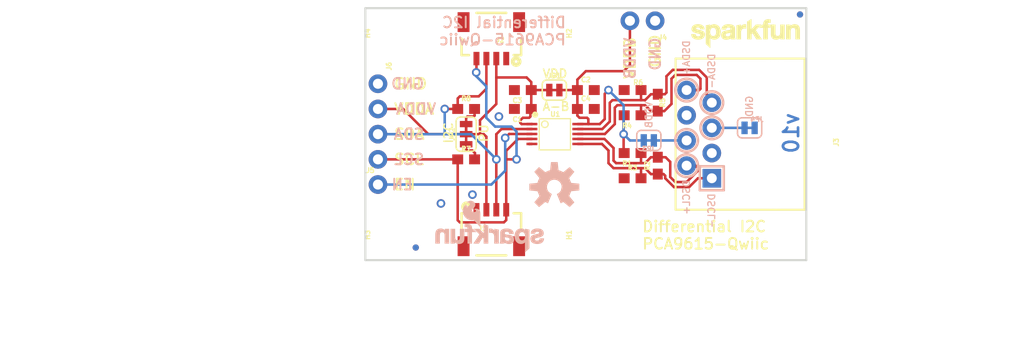
<source format=kicad_pcb>
(kicad_pcb (version 20211014) (generator pcbnew)
  (layers (0 "F.Cu" signal) (31 "B.Cu" signal) (34 "B.Paste" user) (35 "F.Paste" user) (36 "B.SilkS" user "B.Silkscreen") (37 "F.SilkS" user "F.Silkscreen") (38 "B.Mask" user) (39 "F.Mask" user) (44 "Edge.Cuts" user))
  (net 0 "")
  (net 1 "SDA")
  (net 2 "SCL")
  (net 3 "GND")
  (net 4 "VDD_A")
  (net 5 "VDD_B")
  (net 6 "EN")
  (net 7 "DSDA-")
  (net 8 "DSDA+")
  (net 9 "DSCL+")
  (net 10 "DSCL-")
  (net 11 "N$3")
  (net 12 "N$4")
  (net 13 "N$1")
  (net 14 "N$2")
  (footprint "boardEagle:CREATIVE_COMMONS" (layer "F.Cu") (at 109.7661 126.5936)
    (fp_text reference "FRAME1" hide)
    (fp_text value "FRAME-LETTER" hide)
  )
  (footprint "boardEagle:0603" (layer "F.Cu") (at 136.4361 107.5436)
    (fp_text reference "R7" (at 0 -0.762) (layer "F.SilkS") (effects (font (size 0.48768 0.48768) (thickness 0.12192)) (justify bottom)))
    (fp_text value "4.7k")
    (pad "1" smd rect (at -0.85 0) (size 1.1 1) (layers "F.Cu" "F.Paste" "F.Mask") (net 2 "SCL"))
    (pad "2" smd rect (at 0.85 0) (size 1.1 1) (layers "F.Cu" "F.Paste" "F.Mask") (net 12 "N$4"))
  )
  (footprint "boardEagle:STAND-OFF" (layer "F.Cu") (at 128.8161 115.1636 90)
    (fp_text reference "H3" (at 0 -2.032 90) (layer "F.SilkS") (effects (font (size 0.48768 0.48768) (thickness 0.12192)) (justify bottom)))
    (fp_text value "STAND-OFF")
    (pad "" np_thru_hole circle (at 0 0 90) (size 3.302 3.302) (drill 3.302) (layers *.Cu *.Mask))
  )
  (footprint "boardEagle:SMT-JUMPER_2_NC_TRACE_SILK" (layer "F.Cu") (at 145.3261 100.5586)
    (fp_text reference "JP1" (at 0 -1.143) (layer "F.SilkS") (effects (font (size 0.48768 0.48768) (thickness 0.12192)) (justify bottom)))
    (fp_text value "JUMPER")
    (fp_line (start -0.508 0) (end 0.508 0) (layer "F.Cu") (width 0.254))
    (pad "1" smd rect (at -0.508 0) (size 0.635 1.27) (layers "F.Cu" "F.Mask") (net 4 "VDD_A"))
    (pad "2" smd rect (at 0.508 0) (size 0.635 1.27) (layers "F.Cu" "F.Mask") (net 5 "VDD_B"))
  )
  (footprint "boardEagle:0603" (layer "F.Cu") (at 136.4361 102.4636)
    (fp_text reference "R8" (at 0 -0.762) (layer "F.SilkS") (effects (font (size 0.48768 0.48768) (thickness 0.12192)) (justify bottom)))
    (fp_text value "4.7k")
    (pad "1" smd rect (at -0.85 0) (size 1.1 1) (layers "F.Cu" "F.Paste" "F.Mask") (net 1 "SDA"))
    (pad "2" smd rect (at 0.85 0) (size 1.1 1) (layers "F.Cu" "F.Paste" "F.Mask") (net 11 "N$3"))
  )
  (footprint "boardEagle:1X04_1MM_RA" (layer "F.Cu") (at 138.9761 112.6236)
    (fp_text reference "J1" (at -1.397 2.159) (layer "F.SilkS") (effects (font (size 0.48768 0.48768) (thickness 0.12192)) (justify left bottom)))
    (fp_text value "")
    (pad "1" smd rect (at -1.5 0) (size 0.6 1.35) (layers "F.Cu" "F.Paste" "F.Mask") (net 3 "GND"))
    (pad "2" smd rect (at -0.5 0) (size 0.6 1.35) (layers "F.Cu" "F.Paste" "F.Mask") (net 4 "VDD_A"))
    (pad "3" smd rect (at 0.5 0) (size 0.6 1.35) (layers "F.Cu" "F.Paste" "F.Mask") (net 1 "SDA"))
    (pad "4" smd rect (at 1.5 0) (size 0.6 1.35) (layers "F.Cu" "F.Paste" "F.Mask") (net 2 "SCL"))
    (pad "NC1" smd rect (at 2.8 3.675) (size 1.2 2) (layers "F.Cu" "F.Paste" "F.Mask"))
    (pad "NC2" smd rect (at -2.8 3.675) (size 1.2 2) (layers "F.Cu" "F.Paste" "F.Mask"))
  )
  (footprint "boardEagle:0603" (layer "F.Cu") (at 155.7561 108.1786 90)
    (fp_text reference "R2" (at 0 -0.762 90) (layer "F.SilkS") (effects (font (size 0.48768 0.48768) (thickness 0.12192)) (justify bottom)))
    (fp_text value "100")
    (pad "1" smd rect (at -0.85 0 90) (size 1.1 1) (layers "F.Cu" "F.Paste" "F.Mask") (net 10 "DSCL-"))
    (pad "2" smd rect (at 0.85 0 90) (size 1.1 1) (layers "F.Cu" "F.Paste" "F.Mask") (net 9 "DSCL+"))
  )
  (footprint "boardEagle:SMT-JUMPER_3_2-NC_TRACE_SILK" (layer "F.Cu") (at 136.4361 105.0036 90)
    (fp_text reference "JP2" (at 0 -1.143 90) (layer "F.SilkS") (effects (font (size 0.48768 0.48768) (thickness 0.12192)) (justify bottom)))
    (fp_text value "")
    (fp_line (start 0 0) (end -1.016 0) (layer "F.Cu") (width 0.254))
    (fp_line (start 0 0) (end 1.016 0) (layer "F.Cu") (width 0.254))
    (pad "1" smd rect (at -1.016 0 90) (size 0.635 1.27) (layers "F.Cu" "F.Mask") (net 11 "N$3"))
    (pad "2" smd rect (at 0 0 90) (size 0.635 1.27) (layers "F.Cu" "F.Mask") (net 4 "VDD_A"))
    (pad "3" smd rect (at 1.016 0 90) (size 0.635 1.27) (layers "F.Cu" "F.Mask") (net 12 "N$4"))
  )
  (footprint "boardEagle:STAND-OFF" (layer "F.Cu") (at 128.8161 94.8436 90)
    (fp_text reference "H4" (at 0 -2.032 90) (layer "F.SilkS") (effects (font (size 0.48768 0.48768) (thickness 0.12192)) (justify bottom)))
    (fp_text value "STAND-OFF")
    (pad "" np_thru_hole circle (at 0 0 90) (size 3.302 3.302) (drill 3.302) (layers *.Cu *.Mask))
  )
  (footprint "boardEagle:0603" (layer "F.Cu") (at 142.1511 100.5586 180)
    (fp_text reference "C3" (at 0 -0.762 180) (layer "F.SilkS") (effects (font (size 0.48768 0.48768) (thickness 0.12192)) (justify right top)))
    (fp_text value "1.0uF")
    (pad "1" smd rect (at -0.85 0 180) (size 1.1 1) (layers "F.Cu" "F.Paste" "F.Mask") (net 4 "VDD_A"))
    (pad "2" smd rect (at 0.85 0 180) (size 1.1 1) (layers "F.Cu" "F.Paste" "F.Mask") (net 3 "GND"))
  )
  (footprint "boardEagle:0603" (layer "F.Cu") (at 155.7561 101.8286 -90)
    (fp_text reference "R5" (at 0 -0.762 -90) (layer "F.SilkS") (effects (font (size 0.48768 0.48768) (thickness 0.12192)) (justify bottom)))
    (fp_text value "100")
    (pad "1" smd rect (at -0.85 0 270) (size 1.1 1) (layers "F.Cu" "F.Paste" "F.Mask") (net 7 "DSDA-"))
    (pad "2" smd rect (at 0.85 0 270) (size 1.1 1) (layers "F.Cu" "F.Paste" "F.Mask") (net 8 "DSDA+"))
  )
  (footprint "boardEagle:TSSOP10" (layer "F.Cu") (at 145.3261 105.0036)
    (fp_text reference "U1" (at 0.096 -1.7275) (layer "F.SilkS") (effects (font (size 0.48768 0.48768) (thickness 0.12192)) (justify bottom)))
    (fp_text value "PCA9615")
    (pad "1" smd rect (at -2.259 -1.0175) (size 1.1 0.25) (layers "F.Cu" "F.Paste" "F.Mask") (net 4 "VDD_A"))
    (pad "2" smd rect (at -2.259 -0.5175) (size 1.1 0.25) (layers "F.Cu" "F.Paste" "F.Mask") (net 1 "SDA"))
    (pad "3" smd rect (at -2.259 -0.0175) (size 1.1 0.25) (layers "F.Cu" "F.Paste" "F.Mask") (net 6 "EN"))
    (pad "4" smd rect (at -2.259 0.4825) (size 1.1 0.25) (layers "F.Cu" "F.Paste" "F.Mask") (net 2 "SCL"))
    (pad "5" smd rect (at -2.259 0.9875) (size 1.1 0.25) (layers "F.Cu" "F.Paste" "F.Mask") (net 3 "GND"))
    (pad "6" smd rect (at 2.366 0.9875) (size 1.1 0.25) (layers "F.Cu" "F.Paste" "F.Mask") (net 10 "DSCL-"))
    (pad "7" smd rect (at 2.366 0.4825) (size 1.1 0.25) (layers "F.Cu" "F.Paste" "F.Mask") (net 9 "DSCL+"))
    (pad "8" smd rect (at 2.366 -0.0175) (size 1.1 0.25) (layers "F.Cu" "F.Paste" "F.Mask") (net 8 "DSDA+"))
    (pad "9" smd rect (at 2.366 -0.5175) (size 1.1 0.25) (layers "F.Cu" "F.Paste" "F.Mask") (net 7 "DSDA-"))
    (pad "10" smd rect (at 2.366 -1.0175) (size 1.1 0.25) (layers "F.Cu" "F.Paste" "F.Mask") (net 5 "VDD_B"))
  )
  (footprint "boardEagle:0603" (layer "F.Cu") (at 153.2161 100.5586)
    (fp_text reference "R6" (at 0 -0.762) (layer "F.SilkS") (effects (font (size 0.512064 0.512064) (thickness 0.097536)) (justify left)))
    (fp_text value "390")
    (pad "1" smd rect (at -0.85 0) (size 1.1 1) (layers "F.Cu" "F.Paste" "F.Mask") (net 3 "GND"))
    (pad "2" smd rect (at 0.85 0) (size 1.1 1) (layers "F.Cu" "F.Paste" "F.Mask") (net 7 "DSDA-"))
  )
  (footprint "boardEagle:1X04_NO_SILK" (layer "F.Cu") (at 127.5461 99.9236 -90)
    (fp_text reference "J6" (at -1.27 -1.397 -90) (layer "F.SilkS") (effects (font (size 0.48768 0.48768) (thickness 0.12192)) (justify left bottom)))
    (fp_text value "")
    (pad "1" thru_hole circle (at 0 0) (size 1.8796 1.8796) (drill 1.016) (layers *.Cu *.Mask) (net 3 "GND"))
    (pad "2" thru_hole circle (at 2.54 0) (size 1.8796 1.8796) (drill 1.016) (layers *.Cu *.Mask) (net 4 "VDD_A"))
    (pad "3" thru_hole circle (at 5.08 0) (size 1.8796 1.8796) (drill 1.016) (layers *.Cu *.Mask) (net 1 "SDA"))
    (pad "4" thru_hole circle (at 7.62 0) (size 1.8796 1.8796) (drill 1.016) (layers *.Cu *.Mask) (net 2 "SCL"))
  )
  (footprint "boardEagle:STAND-OFF" (layer "F.Cu") (at 149.1361 115.1636 90)
    (fp_text reference "H1" (at 0 -2.032 90) (layer "F.SilkS") (effects (font (size 0.48768 0.48768) (thickness 0.12192)) (justify bottom)))
    (fp_text value "STAND-OFF")
    (pad "" np_thru_hole circle (at 0 0 90) (size 3.302 3.302) (drill 3.302) (layers *.Cu *.Mask))
  )
  (footprint "boardEagle:1X01_NO_SILK" (layer "F.Cu") (at 127.5461 110.0836)
    (fp_text reference "J5" (at -1.27 -1.143) (layer "F.SilkS") (effects (font (size 0.48768 0.48768) (thickness 0.12192)) (justify left bottom)))
    (fp_text value "")
    (pad "1" thru_hole circle (at 0 0 90) (size 1.8796 1.8796) (drill 1.016) (layers *.Cu *.Mask) (net 6 "EN"))
  )
  (footprint "boardEagle:1X04_1MM_RA" (layer "F.Cu") (at 138.9761 97.3836 180)
    (fp_text reference "J2" (at -1.397 2.159 180) (layer "F.SilkS") (effects (font (size 0.48768 0.48768) (thickness 0.12192)) (justify right top)))
    (fp_text value "")
    (pad "1" smd rect (at -1.5 0 180) (size 0.6 1.35) (layers "F.Cu" "F.Paste" "F.Mask") (net 3 "GND"))
    (pad "2" smd rect (at -0.5 0 180) (size 0.6 1.35) (layers "F.Cu" "F.Paste" "F.Mask") (net 4 "VDD_A"))
    (pad "3" smd rect (at 0.5 0 180) (size 0.6 1.35) (layers "F.Cu" "F.Paste" "F.Mask") (net 1 "SDA"))
    (pad "4" smd rect (at 1.5 0 180) (size 0.6 1.35) (layers "F.Cu" "F.Paste" "F.Mask") (net 2 "SCL"))
    (pad "NC1" smd rect (at 2.8 3.675 180) (size 1.2 2) (layers "F.Cu" "F.Paste" "F.Mask"))
    (pad "NC2" smd rect (at -2.8 3.675 180) (size 1.2 2) (layers "F.Cu" "F.Paste" "F.Mask"))
  )
  (footprint "boardEagle:SFE_LOGO_NAME_.1" (layer "F.Cu") (at 158.6611 96.7486)
    (fp_text reference "LOGO3" hide)
    (fp_text value "SFE_LOGO_NAME.1_INCH" hide)
  )
  (footprint "boardEagle:0603" (layer "F.Cu") (at 153.2161 103.0986 180)
    (fp_text reference "R4" (at 0 -0.762 180) (layer "F.SilkS") (effects (font (size 0.48768 0.48768) (thickness 0.12192)) (justify right top)))
    (fp_text value "390")
    (pad "1" smd rect (at -0.85 0 180) (size 1.1 1) (layers "F.Cu" "F.Paste" "F.Mask") (net 8 "DSDA+"))
    (pad "2" smd rect (at 0.85 0 180) (size 1.1 1) (layers "F.Cu" "F.Paste" "F.Mask") (net 5 "VDD_B"))
  )
  (footprint "boardEagle:FIDUCIAL-MICRO" (layer "F.Cu") (at 170.0911 92.9386)
    (fp_text reference "FD2" hide)
    (fp_text value "FIDUCIALUFIDUCIAL" hide)
    (pad "1" smd roundrect (at 0 0) (size 0.635 0.635) (layers "F.Cu" "F.Mask") (roundrect_rratio 0.5))
  )
  (footprint "boardEagle:0603" (layer "F.Cu") (at 153.2161 109.4486)
    (fp_text reference "R3" (at 0 -0.762) (layer "F.SilkS") (effects (font (size 0.48768 0.48768) (thickness 0.12192)) (justify bottom)))
    (fp_text value "390")
    (pad "1" smd rect (at -0.85 0) (size 1.1 1) (layers "F.Cu" "F.Paste" "F.Mask") (net 3 "GND"))
    (pad "2" smd rect (at 0.85 0) (size 1.1 1) (layers "F.Cu" "F.Paste" "F.Mask") (net 10 "DSCL-"))
  )
  (footprint "boardEagle:0603" (layer "F.Cu") (at 142.1511 102.4636 180)
    (fp_text reference "C1" (at 0 -0.762 180) (layer "F.SilkS") (effects (font (size 0.48768 0.48768) (thickness 0.12192)) (justify right top)))
    (fp_text value "0.1uF")
    (pad "1" smd rect (at -0.85 0 180) (size 1.1 1) (layers "F.Cu" "F.Paste" "F.Mask") (net 4 "VDD_A"))
    (pad "2" smd rect (at 0.85 0 180) (size 1.1 1) (layers "F.Cu" "F.Paste" "F.Mask") (net 3 "GND"))
  )
  (footprint "boardEagle:1X02_NO_SILK" (layer "F.Cu") (at 155.4861 93.5736 180)
    (fp_text reference "J4" (at -1.27 -1.397 180) (layer "F.SilkS") (effects (font (size 0.48768 0.48768) (thickness 0.12192)) (justify right top)))
    (fp_text value "")
    (pad "1" thru_hole circle (at 0 0 270) (size 1.8796 1.8796) (drill 1.016) (layers *.Cu *.Mask) (net 3 "GND"))
    (pad "2" thru_hole circle (at 2.54 0 270) (size 1.8796 1.8796) (drill 1.016) (layers *.Cu *.Mask) (net 5 "VDD_B"))
  )
  (footprint "boardEagle:0603" (layer "F.Cu") (at 153.2161 106.9086 180)
    (fp_text reference "R1" (at 0 -0.762 180) (layer "F.SilkS") (effects (font (size 0.48768 0.48768) (thickness 0.12192)) (justify right top)))
    (fp_text value "390")
    (pad "1" smd rect (at -0.85 0 180) (size 1.1 1) (layers "F.Cu" "F.Paste" "F.Mask") (net 9 "DSCL+"))
    (pad "2" smd rect (at 0.85 0 180) (size 1.1 1) (layers "F.Cu" "F.Paste" "F.Mask") (net 5 "VDD_B"))
  )
  (footprint "boardEagle:FIDUCIAL-MICRO" (layer "F.Cu") (at 131.3561 116.4336)
    (fp_text reference "FD1" hide)
    (fp_text value "FIDUCIALUFIDUCIAL" hide)
    (pad "1" smd roundrect (at 0 0) (size 0.635 0.635) (layers "F.Cu" "F.Mask") (roundrect_rratio 0.5))
  )
  (footprint "boardEagle:0603" (layer "F.Cu") (at 148.5011 102.4636)
    (fp_text reference "C4" (at 0 -0.762) (layer "F.SilkS") (effects (font (size 0.48768 0.48768) (thickness 0.12192)) (justify bottom)))
    (fp_text value "1.0uF")
    (pad "1" smd rect (at -0.85 0) (size 1.1 1) (layers "F.Cu" "F.Paste" "F.Mask") (net 5 "VDD_B"))
    (pad "2" smd rect (at 0.85 0) (size 1.1 1) (layers "F.Cu" "F.Paste" "F.Mask") (net 3 "GND"))
  )
  (footprint "boardEagle:RJ45-8" (layer "F.Cu") (at 167.5511 105.0036 90)
    (fp_text reference "J3" (at -1.3208 6.477 90) (layer "F.SilkS") (effects (font (size 0.48768 0.48768) (thickness 0.12192)) (justify left bottom)))
    (fp_text value "RJ45")
    (pad "" np_thru_hole circle (at -5.715 0 90) (size 3.2 3.2) (drill 3.2) (layers *.Cu *.Mask))
    (pad "" np_thru_hole circle (at 5.715 0 90) (size 3.2 3.2) (drill 3.2) (layers *.Cu *.Mask))
    (pad "1" thru_hole rect (at -4.445 -6.35 90) (size 1.8796 1.8796) (drill 1) (layers *.Cu *.Mask) (net 10 "DSCL-"))
    (pad "2" thru_hole circle (at -3.175 -8.89 90) (size 1.8796 1.8796) (drill 1) (layers *.Cu *.Mask) (net 9 "DSCL+"))
    (pad "3" thru_hole circle (at -1.905 -6.35 90) (size 1.8796 1.8796) (drill 1) (layers *.Cu *.Mask))
    (pad "4" thru_hole circle (at -0.635 -8.89 90) (size 1.8796 1.8796) (drill 1) (layers *.Cu *.Mask) (net 13 "N$1"))
    (pad "5" thru_hole circle (at 0.635 -6.35 90) (size 1.8796 1.8796) (drill 1) (layers *.Cu *.Mask) (net 14 "N$2"))
    (pad "6" thru_hole circle (at 1.905 -8.89 90) (size 1.8796 1.8796) (drill 1) (layers *.Cu *.Mask))
    (pad "7" thru_hole circle (at 3.175 -6.35 90) (size 1.8796 1.8796) (drill 1) (layers *.Cu *.Mask) (net 7 "DSDA-"))
    (pad "8" thru_hole circle (at 4.445 -8.89 90) (size 1.8796 1.8796) (drill 1) (layers *.Cu *.Mask) (net 8 "DSDA+"))
  )
  (footprint "boardEagle:0603" (layer "F.Cu") (at 148.5011 100.5586)
    (fp_text reference "C2" (at 0 -0.762) (layer "F.SilkS") (effects (font (size 0.48768 0.48768) (thickness 0.12192)) (justify bottom)))
    (fp_text value "0.1uF")
    (pad "1" smd rect (at -0.85 0) (size 1.1 1) (layers "F.Cu" "F.Paste" "F.Mask") (net 5 "VDD_B"))
    (pad "2" smd rect (at 0.85 0) (size 1.1 1) (layers "F.Cu" "F.Paste" "F.Mask") (net 3 "GND"))
  )
  (footprint "boardEagle:STAND-OFF" (layer "F.Cu") (at 149.1361 94.8436 90)
    (fp_text reference "H2" (at 0 -2.032 90) (layer "F.SilkS") (effects (font (size 0.48768 0.48768) (thickness 0.12192)) (justify bottom)))
    (fp_text value "STAND-OFF")
    (pad "" np_thru_hole circle (at 0 0 90) (size 3.302 3.302) (drill 3.302) (layers *.Cu *.Mask))
  )
  (footprint "boardEagle:FIDUCIAL-MICRO" (layer "B.Cu") (at 170.0911 92.9386 180)
    (fp_text reference "FD4" hide)
    (fp_text value "FIDUCIALUFIDUCIAL" hide)
    (pad "1" smd roundrect (at 0 0 180) (size 0.635 0.635) (layers "B.Cu" "B.Mask") (roundrect_rratio 0.5))
  )
  (footprint "boardEagle:SMT-JUMPER_2_NC_TRACE_SILK" (layer "B.Cu") (at 154.8511 105.6386)
    (fp_text reference "JP3" (at 0 1.143 180) (layer "B.SilkS") (effects (font (size 0.48768 0.48768) (thickness 0.12192)) (justify bottom mirror)))
    (fp_text value "")
    (fp_line (start -0.508 0) (end 0.508 0) (layer "B.Cu") (width 0.254))
    (pad "1" smd rect (at -0.508 0) (size 0.635 1.27) (layers "B.Cu" "B.Mask") (net 5 "VDD_B"))
    (pad "2" smd rect (at 0.508 0) (size 0.635 1.27) (layers "B.Cu" "B.Mask") (net 13 "N$1"))
  )
  (footprint "boardEagle:OSHW-LOGO-M" (layer "B.Cu") (at 145.3261 110.3376 180)
    (fp_text reference "LOGO1" hide)
    (fp_text value "OSHW-LOGOM" hide)
  )
  (footprint "boardEagle:SMT-JUMPER_2_NC_TRACE_SILK" (layer "B.Cu") (at 165.0111 104.3686 180)
    (fp_text reference "JP4" (at 0 1.143) (layer "B.SilkS") (effects (font (size 0.48768 0.48768) (thickness 0.12192)) (justify right top mirror)))
    (fp_text value "")
    (fp_line (start -0.508 0) (end 0.508 0) (layer "B.Cu") (width 0.254))
    (pad "1" smd rect (at -0.508 0 180) (size 0.635 1.27) (layers "B.Cu" "B.Mask") (net 3 "GND"))
    (pad "2" smd rect (at 0.508 0 180) (size 0.635 1.27) (layers "B.Cu" "B.Mask") (net 14 "N$2"))
  )
  (footprint "boardEagle:FIDUCIAL-MICRO" (layer "B.Cu") (at 131.3561 116.4336 180)
    (fp_text reference "FD3" hide)
    (fp_text value "FIDUCIALUFIDUCIAL" hide)
    (pad "1" smd roundrect (at 0 0 180) (size 0.635 0.635) (layers "B.Cu" "B.Mask") (roundrect_rratio 0.5))
  )
  (footprint "boardEagle:SFE_LOGO_NAME_FLAME_.1" (layer "B.Cu") (at 144.6911 116.9416 180)
    (fp_text reference "LOGO5" hide)
    (fp_text value "SFE_LOGO_NAME_FLAME.1_INCH" hide)
  )
  (gr_circle (center 161.2011 104.3686) (end 162.345862 104.3686) (layer "B.SilkS") (width 0.254) (fill none))
  (gr_circle (center 158.6611 108.1786) (end 159.805862 108.1786) (layer "B.SilkS") (width 0.254) (fill none))
  (gr_line (start 159.9946 110.6551) (end 159.9946 108.2421) (layer "B.SilkS") (width 0.254))
  (gr_circle (center 158.6611 100.5586) (end 159.805862 100.5586) (layer "B.SilkS") (width 0.254) (fill none))
  (gr_line (start 159.9946 108.2421) (end 162.4076 108.2421) (layer "B.SilkS") (width 0.254))
  (gr_line (start 162.4076 108.2421) (end 162.4076 110.6551) (layer "B.SilkS") (width 0.254))
  (gr_circle (center 161.2011 101.8286) (end 162.345862 101.8286) (layer "B.SilkS") (width 0.254) (fill none))
  (gr_line (start 162.4076 110.6551) (end 159.9946 110.6551) (layer "B.SilkS") (width 0.254))
  (gr_circle (center 158.6611 105.6386) (end 159.805862 105.6386) (layer "B.SilkS") (width 0.254) (fill none))
  (gr_line (start 126.2761 92.3036) (end 170.7261 92.3036) (layer "Edge.Cuts") (width 0.2032))
  (gr_line (start 170.7261 117.7036) (end 126.2761 117.7036) (layer "Edge.Cuts") (width 0.2032))
  (gr_line (start 170.7261 92.3036) (end 170.7261 117.7036) (layer "Edge.Cuts") (width 0.2032))
  (gr_line (start 126.2761 117.7036) (end 126.2761 92.3036) (layer "Edge.Cuts") (width 0.2032))
  (gr_text "v10" (at 170.0911 102.7176 -270) (layer "B.Cu") (effects (font (size 1.5113 1.5113) (thickness 0.2667)) (justify left bottom mirror)))
  (gr_text "DSCL+" (at 159.0421 109.5756 -270) (layer "B.SilkS") (effects (font (size 0.69088 0.69088) (thickness 0.12192)) (justify left bottom mirror)))
  (gr_text "Differential I2C \nPCA9615-Qwiic" (at 146.5961 96.1136) (layer "B.SilkS") (effects (font (size 1.0795 1.0795) (thickness 0.1905)) (justify left bottom mirror)))
  (gr_text "VDDB" (at 153.5811 95.1611 -270) (layer "B.SilkS") (effects (font (size 1.0795 1.0795) (thickness 0.1905)) (justify left bottom mirror)))
  (gr_text "SCL" (at 132.3086 108.1786) (layer "B.SilkS") (effects (font (size 1.0795 1.0795) (thickness 0.1905)) (justify left bottom mirror)))
  (gr_text "SDA" (at 132.3086 105.6386) (layer "B.SilkS") (effects (font (size 1.0795 1.0795) (thickness 0.1905)) (justify left bottom mirror)))
  (gr_text "DSDA+" (at 159.0421 95.4786 -270) (layer "B.SilkS") (effects (font (size 0.69088 0.69088) (thickness 0.12192)) (justify left bottom mirror)))
  (gr_text "VDDA" (at 133.5151 103.0986) (layer "B.SilkS") (effects (font (size 1.0795 1.0795) (thickness 0.1905)) (justify left bottom mirror)))
  (gr_text "GND" (at 156.1211 95.1611 -270) (layer "B.SilkS") (effects (font (size 1.0795 1.0795) (thickness 0.1905)) (justify left bottom mirror)))
  (gr_text "VDDB" (at 155.2575 101.6381 -270) (layer "B.SilkS") (effects (font (size 0.69088 0.69088) (thickness 0.12192)) (justify left bottom mirror)))
  (gr_text "GND" (at 165.3921 101.0666 -270) (layer "B.SilkS") (effects (font (size 0.69088 0.69088) (thickness 0.12192)) (justify left bottom mirror)))
  (gr_text "EN" (at 131.1656 110.7186) (layer "B.SilkS") (effects (font (size 1.0795 1.0795) (thickness 0.1905)) (justify left bottom mirror)))
  (gr_text "DSCL-" (at 161.5821 110.9091 -270) (layer "B.SilkS") (effects (font (size 0.69088 0.69088) (thickness 0.12192)) (justify left bottom mirror)))
  (gr_text "DSDA-" (at 161.5821 96.8121 -270) (layer "B.SilkS") (effects (font (size 0.69088 0.69088) (thickness 0.12192)) (justify left bottom mirror)))
  (gr_text "GND" (at 132.3086 100.5586) (layer "B.SilkS") (effects (font (size 1.0795 1.0795) (thickness 0.1905)) (justify left bottom mirror)))
  (gr_text "GND" (at 156.1211 98.3996 90) (layer "F.SilkS") (effects (font (size 1.0795 1.0795) (thickness 0.1905)) (justify left bottom)))
  (gr_text "VDDB" (at 153.5811 99.5426 90) (layer "F.SilkS") (effects (font (size 1.0795 1.0795) (thickness 0.1905)) (justify left bottom)))
  (gr_text "I2C" (at 135.1661 106.0196 90) (layer "F.SilkS") (effects (font (size 0.8636 0.8636) (thickness 0.1524)) (justify left bottom)))
  (gr_text "SDA" (at 129.0701 105.6386) (layer "F.SilkS") (effects (font (size 1.0795 1.0795) (thickness 0.1905)) (justify left bottom)))
  (gr_text "EN" (at 129.0701 110.7186) (layer "F.SilkS") (effects (font (size 1.0795 1.0795) (thickness 0.1905)) (justify left bottom)))
  (gr_text "VDDA" (at 129.0701 103.0986) (layer "F.SilkS") (effects (font (size 1.0795 1.0795) (thickness 0.1905)) (justify left bottom)))
  (gr_text "Differential I2C \nPCA9615-Qwiic" (at 154.0891 116.6876) (layer "F.SilkS") (effects (font (size 1.0795 1.0795) (thickness 0.1905)) (justify left bottom)))
  (gr_text "VDD" (at 144.0561 99.4156) (layer "F.SilkS") (effects (font (size 0.8636 0.8636) (thickness 0.1524)) (justify left bottom)))
  (gr_text "SCL" (at 129.0701 108.1786) (layer "F.SilkS") (effects (font (size 1.0795 1.0795) (thickness 0.1905)) (justify left bottom)))
  (gr_text "PU" (at 138.7221 105.8926 90) (layer "F.SilkS") (effects (font (size 0.8636 0.8636) (thickness 0.1524)) (justify left bottom)))
  (gr_text "GND" (at 129.0701 100.5586) (layer "F.SilkS") (effects (font (size 1.0795 1.0795) (thickness 0.1905)) (justify left bottom)))
  (gr_text "A-B" (at 144.0561 102.7176) (layer "F.SilkS") (effects (font (size 0.8636 0.8636) (thickness 0.1524)) (justify left bottom)))
  (segment (start 139.4841 105.0036) (end 139.4841 107.5436) (width 0.254) (layer "F.Cu") (net 1))
  (segment (start 139.4761 112.6236) (end 139.4761 105.0116) (width 0.254) (layer "F.Cu") (net 1))
  (segment (start 140.0016 104.4861) (end 143.0671 104.4861) (width 0.254) (layer "F.Cu") (net 1))
  (segment (start 140.0016 104.4861) (end 139.4841 105.0036) (width 0.254) (layer "F.Cu") (net 1))
  (segment (start 137.7061 101.1936) (end 138.4761 100.4236) (width 0.254) (layer "F.Cu") (net 1))
  (segment (start 135.8011 101.1936) (end 137.7061 101.1936) (width 0.254) (layer "F.Cu") (net 1))
  (segment (start 135.5861 102.4636) (end 135.5861 101.4086) (width 0.254) (layer "F.Cu") (net 1))
  (segment (start 139.4761 112.6236) (end 139.4761 112.6236) (width 0.254) (layer "F.Cu") (net 1))
  (segment (start 139.4761 105.0116) (end 139.4841 105.0036) (width 0.254) (layer "F.Cu") (net 1))
  (segment (start 139.4761 112.6236) (end 139.4841 112.6156) (width 0.254) (layer "F.Cu") (net 1))
  (segment (start 135.5861 101.4086) (end 135.8011 101.1936) (width 0.254) (layer "F.Cu") (net 1))
  (segment (start 138.4761 100.4236) (end 138.4761 97.3836) (width 0.254) (layer "F.Cu") (net 1))
  (segment (start 134.2771 102.4636) (end 135.5861 102.4636) (width 0.254) (layer "F.Cu") (net 1))
  (via (at 139.4841 107.5436) (size 0.8636) (drill 0.508) (layers "F.Cu" "B.Cu") (net 1))
  (via (at 134.2771 102.4636) (size 0.8636) (drill 0.508) (layers "F.Cu" "B.Cu") (net 1))
  (segment (start 136.9441 105.0036) (end 139.4841 107.5436) (width 0.254) (layer "B.Cu") (net 1))
  (segment (start 134.2771 105.0036) (end 134.2771 102.4636) (width 0.254) (layer "B.Cu") (net 1))
  (segment (start 136.9441 105.0036) (end 134.2771 105.0036) (width 0.254) (layer "B.Cu") (net 1))
  (segment (start 127.5461 105.0036) (end 134.2771 105.0036) (width 0.254) (layer "B.Cu") (net 1))
  (segment (start 135.5861 107.5436) (end 135.5861 113.6786) (width 0.254) (layer "F.Cu") (net 2))
  (segment (start 137.4521 98.7806) (end 137.4761 98.7566) (width 0.254) (layer "F.Cu") (net 2))
  (segment (start 141.6686 105.4861) (end 143.0671 105.4861) (width 0.254) (layer "F.Cu") (net 2))
  (segment (start 140.4761 107.5436) (end 140.4761 106.6786) (width 0.254) (layer "F.Cu") (net 2))
  (segment (start 140.4761 106.6786) (end 141.6686 105.4861) (width 0.254) (layer "F.Cu") (net 2))
  (segment (start 140.4761 113.6636) (end 140.4761 112.6236) (width 0.254) (layer "F.Cu") (net 2))
  (segment (start 140.2461 113.8936) (end 140.4761 113.6636) (width 0.254) (layer "F.Cu") (net 2))
  (segment (start 141.5161 107.5436) (end 140.4761 107.5436) (width 0.254) (layer "F.Cu") (net 2))
  (segment (start 135.5861 107.5436) (end 127.5461 107.5436) (width 0.254) (layer "F.Cu") (net 2))
  (segment (start 135.8011 113.8936) (end 140.2461 113.8936) (width 0.254) (layer "F.Cu") (net 2))
  (segment (start 137.4761 98.7566) (end 137.4761 97.3836) (width 0.254) (layer "F.Cu") (net 2))
  (segment (start 135.5861 113.6786) (end 135.8011 113.8936) (width 0.254) (layer "F.Cu") (net 2))
  (segment (start 140.4761 112.6236) (end 140.4761 107.5436) (width 0.254) (layer "F.Cu") (net 2))
  (via (at 137.4521 98.7806) (size 0.8636) (drill 0.508) (layers "F.Cu" "B.Cu") (net 2))
  (via (at 141.5161 107.5436) (size 0.8636) (drill 0.508) (layers "F.Cu" "B.Cu") (net 2))
  (segment (start 137.4521 99.1616) (end 138.4681 100.1776) (width 0.254) (layer "B.Cu") (net 2))
  (segment (start 138.4681 100.1776) (end 138.4681 103.3526) (width 0.254) (layer "B.Cu") (net 2))
  (segment (start 138.4681 103.3526) (end 139.3571 104.2416) (width 0.254) (layer "B.Cu") (net 2))
  (segment (start 139.3571 104.2416) (end 141.0081 104.2416) (width 0.254) (layer "B.Cu") (net 2))
  (segment (start 141.5161 104.7496) (end 141.5161 107.5436) (width 0.254) (layer "B.Cu") (net 2))
  (segment (start 137.4521 99.1616) (end 137.4521 98.7806) (width 0.254) (layer "B.Cu") (net 2))
  (segment (start 141.0081 104.2416) (end 141.5161 104.7496) (width 0.254) (layer "B.Cu") (net 2))
  (segment (start 142.7892 105.9911) (end 143.0671 105.9911) (width 0.254) (layer "F.Cu") (net 3))
  (segment (start 142.7861 105.9942) (end 142.7892 105.9911) (width 0.254) (layer "F.Cu") (net 3))
  (via (at 137.0711 111.0996) (size 0.8636) (drill 0.508) (layers "F.Cu" "B.Cu") (net 3))
  (via (at 139.7381 103.2256) (size 0.8636) (drill 0.508) (layers "F.Cu" "B.Cu") (net 3))
  (via (at 133.8961 111.9886) (size 0.8636) (drill 0.508) (layers "F.Cu" "B.Cu") (net 3))
  (segment (start 142.0241 103.9876) (end 143.0656 103.9876) (width 0.254) (layer "F.Cu") (net 4))
  (segment (start 132.6261 105.0036) (end 130.0861 102.4636) (width 0.254) (layer "F.Cu") (net 4))
  (segment (start 142.9131 103.2256) (end 142.7861 103.3526) (width 0.254) (layer "F.Cu") (net 4))
  (segment (start 141.8971 103.6066) (end 141.8971 103.8606) (width 0.254) (layer "F.Cu") (net 4))
  (segment (start 142.1511 103.3526) (end 141.8971 103.6066) (width 0.254) (layer "F.Cu") (net 4))
  (segment (start 144.8181 100.5586) (end 144.8181 100.3046) (width 0.254) (layer "F.Cu") (net 4))
  (segment (start 137.8331 103.6066) (end 139.4761 101.9636) (width 0.254) (layer "F.Cu") (net 4))
  (segment (start 141.8971 103.8606) (end 142.0241 103.9876) (width 0.254) (layer "F.Cu") (net 4))
  (segment (start 139.4761 101.9636) (end 139.4761 99.2886) (width 0.254) (layer "F.Cu") (net 4))
  (segment (start 142.5321 99.2886) (end 143.0011 99.7576) (width 0.254) (layer "F.Cu") (net 4))
  (segment (start 137.8331 103.6066) (end 137.8331 105.0036) (width 0.254) (layer "F.Cu") (net 4))
  (segment (start 139.4761 99.2886) (end 142.5321 99.2886) (width 0.254) (layer "F.Cu") (net 4))
  (segment (start 143.0011 102.4636) (end 143.0011 100.5586) (width 0.254) (layer "F.Cu") (net 4))
  (segment (start 143.0011 99.7576) (end 143.0011 100.5586) (width 0.254) (layer "F.Cu") (net 4))
  (segment (start 143.0656 103.9876) (end 143.0671 103.9861) (width 0.254) (layer "F.Cu") (net 4))
  (segment (start 139.4761 99.2886) (end 139.4761 97.3836) (width 0.254) (layer "F.Cu") (net 4))
  (segment (start 136.4361 105.0036) (end 132.6261 105.0036) (width 0.254) (layer "F.Cu") (net 4))
  (segment (start 144.8181 100.3046) (end 144.5641 100.5586) (width 0.254) (layer "F.Cu") (net 4))
  (segment (start 137.8331 105.0036) (end 138.2141 105.0036) (width 0.254) (layer "F.Cu") (net 4))
  (segment (start 138.4761 112.6236) (end 138.4761 105.2656) (width 0.254) (layer "F.Cu") (net 4))
  (segment (start 142.9131 102.5516) (end 143.0011 102.4636) (width 0.254) (layer "F.Cu") (net 4))
  (segment (start 144.5641 100.5586) (end 143.0011 100.5586) (width 0.254) (layer "F.Cu") (net 4))
  (segment (start 142.7861 103.3526) (end 142.1511 103.3526) (width 0.254) (layer "F.Cu") (net 4))
  (segment (start 136.4361 105.0036) (end 137.8331 105.0036) (width 0.254) (layer "F.Cu") (net 4))
  (segment (start 142.9131 103.2256) (end 142.9131 102.5516) (width 0.254) (layer "F.Cu") (net 4))
  (segment (start 130.0861 102.4636) (end 127.5461 102.4636) (width 0.254) (layer "F.Cu") (net 4))
  (segment (start 138.4761 105.2656) (end 138.2141 105.0036) (width 0.254) (layer "F.Cu") (net 4))
  (segment (start 152.9461 98.0186) (end 152.9461 93.5736) (width 0.254) (layer "F.Cu") (net 5))
  (segment (start 147.6511 103.1376) (end 147.8661 103.3526) (width 0.254) (layer "F.Cu") (net 5))
  (segment (start 145.8341 100.5586) (end 145.8341 100.3046) (width 0.254) (layer "F.Cu") (net 5))
  (segment (start 150.4061 100.9396) (end 150.7871 100.5586) (width 0.254) (layer "F.Cu") (net 5))
  (segment (start 147.8661 103.3526) (end 148.6281 103.3526) (width 0.254) (layer "F.Cu") (net 5))
  (segment (start 148.5011 98.6536) (end 152.3111 98.6536) (width 0.254) (layer "F.Cu") (net 5))
  (segment (start 146.0881 100.5586) (end 147.6511 100.5586) (width 0.254) (layer "F.Cu") (net 5))
  (segment (start 147.6511 102.4636) (end 147.6511 100.5586) (width 0.254) (layer "F.Cu") (net 5))
  (segment (start 147.6921 103.9861) (end 148.7551 103.9861) (width 0.254) (layer "F.Cu") (net 5))
  (segment (start 152.3111 105.0036) (end 152.3111 106.8536) (width 0.254) (layer "F.Cu") (net 5))
  (segment (start 149.8996 103.9861) (end 150.4061 103.4796) (width 0.254) (layer "F.Cu") (net 5))
  (segment (start 148.6281 103.3526) (end 148.7551 103.4796) (width 0.254) (layer "F.Cu") (net 5))
  (segment (start 150.4061 103.4796) (end 150.4061 100.9396) (width 0.254) (layer "F.Cu") (net 5))
  (segment (start 152.3661 103.0986) (end 152.3111 103.1536) (width 0.254) (layer "F.Cu") (net 5))
  (segment (start 148.7551 103.4796) (end 148.7551 103.9861) (width 0.254) (layer "F.Cu") (net 5))
  (segment (start 147.6511 99.5036) (end 147.6511 100.5586) (width 0.254) (layer "F.Cu") (net 5))
  (segment (start 152.3111 103.1536) (end 152.3111 105.0036) (width 0.254) (layer "F.Cu") (net 5))
  (segment (start 147.6511 102.4636) (end 147.6511 103.1376) (width 0.254) (layer "F.Cu") (net 5))
  (segment (start 145.8341 100.3046) (end 146.0881 100.5586) (width 0.254) (layer "F.Cu") (net 5))
  (segment (start 148.5011 98.6536) (end 147.6511 99.5036) (width 0.254) (layer "F.Cu") (net 5))
  (segment (start 152.3111 98.6536) (end 152.9461 98.0186) (width 0.254) (layer "F.Cu") (net 5))
  (segment (start 152.3111 106.8536) (end 152.3661 106.9086) (width 0.254) (layer "F.Cu") (net 5))
  (segment (start 148.7551 103.9861) (end 149.8996 103.9861) (width 0.254) (layer "F.Cu") (net 5))
  (via (at 150.7871 100.5586) (size 0.8636) (drill 0.508) (layers "F.Cu" "B.Cu") (net 5))
  (via (at 152.3111 105.0036) (size 0.8636) (drill 0.508) (layers "F.Cu" "B.Cu") (net 5))
  (segment (start 152.9461 105.6386) (end 152.3111 105.0036) (width 0.254) (layer "B.Cu") (net 5))
  (segment (start 152.3111 102.0826) (end 150.7871 100.5586) (width 0.254) (layer "B.Cu") (net 5))
  (segment (start 154.3431 105.6386) (end 152.9461 105.6386) (width 0.254) (layer "B.Cu") (net 5))
  (segment (start 152.3111 102.0826) (end 152.3111 105.0036) (width 0.254) (layer "B.Cu") (net 5))
  (segment (start 140.7716 104.9861) (end 140.3731 105.3846) (width 0.254) (layer "F.Cu") (net 6))
  (segment (start 140.7716 104.9861) (end 143.0671 104.9861) (width 0.254) (layer "F.Cu") (net 6))
  (via (at 140.3731 105.3846) (size 0.8636) (drill 0.508) (layers "F.Cu" "B.Cu") (net 6))
  (segment (start 138.9761 110.0836) (end 140.3731 108.6866) (width 0.254) (layer "B.Cu") (net 6))
  (segment (start 127.5461 110.0836) (end 138.9761 110.0836) (width 0.254) (layer "B.Cu") (net 6))
  (segment (start 140.3731 108.6866) (end 140.3731 105.3846) (width 0.254) (layer "B.Cu") (net 6))
  (segment (start 150.9141 101.8446) (end 151.1841 101.5746) (width 0.254) (layer "F.Cu") (net 7))
  (segment (start 160.6931 101.3206) (end 161.2011 101.8286) (width 0.254) (layer "F.Cu") (net 7))
  (segment (start 157.2641 98.5266) (end 159.9311 98.5266) (width 0.254) (layer "F.Cu") (net 7))
  (segment (start 155.0661 100.9786) (end 155.7561 100.9786) (width 0.254) (layer "F.Cu") (net 7))
  (segment (start 160.6931 99.2886) (end 160.6931 101.3206) (width 0.254) (layer "F.Cu") (net 7))
  (segment (start 154.4701 101.5746) (end 155.0661 100.9786) (width 0.254) (layer "F.Cu") (net 7))
  (segment (start 156.6291 100.8126) (end 156.6291 99.1616) (width 0.254) (layer "F.Cu") (net 7))
  (segment (start 156.6291 99.1616) (end 157.2641 98.5266) (width 0.254) (layer "F.Cu") (net 7))
  (segment (start 156.4631 100.9786) (end 156.6291 100.8126) (width 0.254) (layer "F.Cu") (net 7))
  (segment (start 150.1616 104.4861) (end 150.9141 103.7336) (width 0.254) (layer "F.Cu") (net 7))
  (segment (start 154.0661 100.5586) (end 154.0661 101.5746) (width 0.254) (layer "F.Cu") (net 7))
  (segment (start 159.9311 98.5266) (end 160.6931 99.2886) (width 0.254) (layer "F.Cu") (net 7))
  (segment (start 154.0661 101.5746) (end 154.4701 101.5746) (width 0.254) (layer "F.Cu") (net 7))
  (segment (start 151.1841 101.5746) (end 154.0661 101.5746) (width 0.254) (layer "F.Cu") (net 7))
  (segment (start 147.6921 104.4861) (end 150.1616 104.4861) (width 0.254) (layer "F.Cu") (net 7))
  (segment (start 155.7561 100.9786) (end 156.4631 100.9786) (width 0.254) (layer "F.Cu") (net 7))
  (segment (start 150.9141 103.7336) (end 150.9141 101.8446) (width 0.254) (layer "F.Cu") (net 7))
  (segment (start 151.4221 102.3366) (end 151.6761 102.0826) (width 0.254) (layer "F.Cu") (net 8))
  (segment (start 156.4141 102.6786) (end 157.1371 101.9556) (width 0.254) (layer "F.Cu") (net 8))
  (segment (start 154.0661 102.0826) (end 154.4701 102.0826) (width 0.254) (layer "F.Cu") (net 8))
  (segment (start 160.0581 100.4316) (end 159.9311 100.5586) (width 0.254) (layer "F.Cu") (net 8))
  (segment (start 157.1371 99.4156) (end 157.5181 99.0346) (width 0.254) (layer "F.Cu") (net 8))
  (segment (start 150.4236 104.9861) (end 151.4221 103.9876) (width 0.254) (layer "F.Cu") (net 8))
  (segment (start 154.0661 103.0986) (end 154.0661 102.0826) (width 0.254) (layer "F.Cu") (net 8))
  (segment (start 159.9311 100.5586) (end 158.6611 100.5586) (width 0.254) (layer "F.Cu") (net 8))
  (segment (start 147.6921 104.9861) (end 150.4236 104.9861) (width 0.254) (layer "F.Cu") (net 8))
  (segment (start 157.1371 101.9556) (end 157.1371 99.4156) (width 0.254) (layer "F.Cu") (net 8))
  (segment (start 159.6771 99.0346) (end 160.0581 99.4156) (width 0.254) (layer "F.Cu") (net 8))
  (segment (start 157.5181 99.0346) (end 159.6771 99.0346) (width 0.254) (layer "F.Cu") (net 8))
  (segment (start 155.0661 102.6786) (end 155.7561 102.6786) (width 0.254) (layer "F.Cu") (net 8))
  (segment (start 160.0581 99.4156) (end 160.0581 100.4316) (width 0.254) (layer "F.Cu") (net 8))
  (segment (start 151.4221 103.9876) (end 151.4221 102.3366) (width 0.254) (layer "F.Cu") (net 8))
  (segment (start 155.7561 102.6786) (end 156.4141 102.6786) (width 0.254) (layer "F.Cu") (net 8))
  (segment (start 154.4701 102.0826) (end 155.0661 102.6786) (width 0.254) (layer "F.Cu") (net 8))
  (segment (start 151.6761 102.0826) (end 154.0661 102.0826) (width 0.254) (layer "F.Cu") (net 8))
  (segment (start 151.2951 106.4006) (end 151.2951 107.6706) (width 0.254) (layer "F.Cu") (net 9))
  (segment (start 157.0101 109.3216) (end 157.5181 109.8296) (width 0.254) (layer "F.Cu") (net 9))
  (segment (start 150.3806 105.4861) (end 151.2951 106.4006) (width 0.254) (layer "F.Cu") (net 9))
  (segment (start 147.6921 105.4861) (end 150.3806 105.4861) (width 0.254) (layer "F.Cu") (net 9))
  (segment (start 156.5411 107.3286) (end 157.0101 107.7976) (width 0.254) (layer "F.Cu") (net 9))
  (segment (start 154.0661 107.9246) (end 154.4701 107.9246) (width 0.254) (layer "F.Cu") (net 9))
  (segment (start 159.5501 108.1786) (end 158.6611 108.1786) (width 0.254) (layer "F.Cu") (net 9))
  (segment (start 151.5491 107.9246) (end 151.2951 107.6706) (width 0.254) (layer "F.Cu") (net 9))
  (segment (start 158.6611 109.8296) (end 159.8041 108.6866) (width 0.254) (layer "F.Cu") (net 9))
  (segment (start 157.5181 109.8296) (end 158.6611 109.8296) (width 0.254) (layer "F.Cu") (net 9))
  (segment (start 155.7561 107.3286) (end 156.5411 107.3286) (width 0.254) (layer "F.Cu") (net 9))
  (segment (start 159.8041 108.4326) (end 159.5501 108.1786) (width 0.254) (layer "F.Cu") (net 9))
  (segment (start 154.0661 106.9086) (end 154.0661 107.9246) (width 0.254) (layer "F.Cu") (net 9))
  (segment (start 159.8041 108.6866) (end 159.8041 108.4326) (width 0.254) (layer "F.Cu") (net 9))
  (segment (start 157.0101 107.7976) (end 157.0101 109.3216) (width 0.254) (layer "F.Cu") (net 9))
  (segment (start 154.4701 107.9246) (end 155.0661 107.3286) (width 0.254) (layer "F.Cu") (net 9))
  (segment (start 155.0661 107.3286) (end 155.7561 107.3286) (width 0.254) (layer "F.Cu") (net 9))
  (segment (start 151.5491 107.9246) (end 154.0661 107.9246) (width 0.254) (layer "F.Cu") (net 9))
  (segment (start 151.2951 108.4326) (end 154.0661 108.4326) (width 0.254) (layer "F.Cu") (net 10))
  (segment (start 158.9151 110.3376) (end 159.8041 109.4486) (width 0.254) (layer "F.Cu") (net 10))
  (segment (start 154.0661 109.4486) (end 154.0661 108.4326) (width 0.254) (layer "F.Cu") (net 10))
  (segment (start 154.4701 108.4326) (end 155.0661 109.0286) (width 0.254) (layer "F.Cu") (net 10))
  (segment (start 154.0661 108.4326) (end 154.4701 108.4326) (width 0.254) (layer "F.Cu") (net 10))
  (segment (start 151.2951 108.4326) (end 150.7871 107.9246) (width 0.254) (layer "F.Cu") (net 10))
  (segment (start 155.7561 109.0286) (end 156.3361 109.0286) (width 0.254) (layer "F.Cu") (net 10))
  (segment (start 150.7871 106.6546) (end 150.7871 107.9246) (width 0.254) (layer "F.Cu") (net 10))
  (segment (start 156.5021 109.4486) (end 157.3911 110.3376) (width 0.254) (layer "F.Cu") (net 10))
  (segment (start 156.3361 109.0286) (end 156.5021 109.1946) (width 0.254) (layer "F.Cu") (net 10))
  (segment (start 159.8041 109.4486) (end 161.2011 109.4486) (width 0.254) (layer "F.Cu") (net 10))
  (segment (start 156.5021 109.1946) (end 156.5021 109.4486) (width 0.254) (layer "F.Cu") (net 10))
  (segment (start 147.6921 105.9911) (end 150.1236 105.9911) (width 0.254) (layer "F.Cu") (net 10))
  (segment (start 150.1236 105.9911) (end 150.7871 106.6546) (width 0.254) (layer "F.Cu") (net 10))
  (segment (start 155.0661 109.0286) (end 155.7561 109.0286) (width 0.254) (layer "F.Cu") (net 10))
  (segment (start 157.3911 110.3376) (end 158.9151 110.3376) (width 0.254) (layer "F.Cu") (net 10))
  (segment (start 137.2861 103.1376) (end 137.1981 103.2256) (width 0.254) (layer "F.Cu") (net 11))
  (segment (start 137.2861 102.4636) (end 137.2861 103.1376) (width 0.254) (layer "F.Cu") (net 11))
  (segment (start 137.1981 103.2256) (end 136.5631 103.2256) (width 0.254) (layer "F.Cu") (net 11))
  (segment (start 136.5631 103.2256) (end 136.4361 103.3526) (width 0.254) (layer "F.Cu") (net 11))
  (segment (start 136.4361 103.3526) (end 136.4361 105.0036) (width 0.254) (layer "F.Cu") (net 11))
  (segment (start 137.0711 106.6546) (end 136.5631 106.6546) (width 0.254) (layer "F.Cu") (net 12))
  (segment (start 137.3251 107.5046) (end 137.3251 106.9086) (width 0.254) (layer "F.Cu") (net 12))
  (segment (start 136.5631 106.6546) (end 136.4361 106.5276) (width 0.254) (layer "F.Cu") (net 12))
  (segment (start 137.2861 107.5436) (end 137.3251 107.5046) (width 0.254) (layer "F.Cu") (net 12))
  (segment (start 136.4361 106.5276) (end 136.4361 106.0196) (width 0.254) (layer "F.Cu") (net 12))
  (segment (start 137.3251 106.9086) (end 137.0711 106.6546) (width 0.254) (layer "F.Cu") (net 12))
  (segment (start 155.3591 105.6386) (end 158.6611 105.6386) (width 0.254) (layer "B.Cu") (net 13))
  (segment (start 164.5031 104.3686) (end 161.2011 104.3686) (width 0.254) (layer "B.Cu") (net 14))
)
</source>
